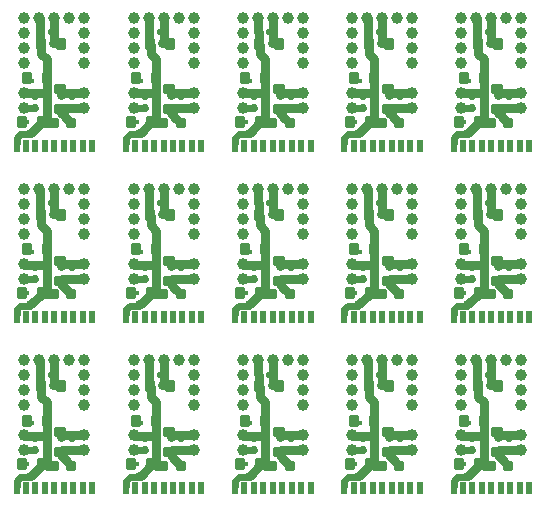
<source format=gtl>
G04*
G04 #@! TF.GenerationSoftware,Altium Limited,Altium Designer,21.5.1 (32)*
G04*
G04 Layer_Physical_Order=1*
G04 Layer_Color=255*
%FSLAX25Y25*%
%MOIN*%
G70*
G04*
G04 #@! TF.SameCoordinates,71E6ED38-6368-4ADE-B46C-8FBAD5B099F3*
G04*
G04*
G04 #@! TF.FilePolarity,Positive*
G04*
G01*
G75*
G04:AMPARAMS|DCode=10|XSize=39.37mil|YSize=35.43mil|CornerRadius=4.43mil|HoleSize=0mil|Usage=FLASHONLY|Rotation=270.000|XOffset=0mil|YOffset=0mil|HoleType=Round|Shape=RoundedRectangle|*
%AMROUNDEDRECTD10*
21,1,0.03937,0.02657,0,0,270.0*
21,1,0.03051,0.03543,0,0,270.0*
1,1,0.00886,-0.01329,-0.01526*
1,1,0.00886,-0.01329,0.01526*
1,1,0.00886,0.01329,0.01526*
1,1,0.00886,0.01329,-0.01526*
%
%ADD10ROUNDEDRECTD10*%
G04:AMPARAMS|DCode=11|XSize=39.37mil|YSize=35.43mil|CornerRadius=4.43mil|HoleSize=0mil|Usage=FLASHONLY|Rotation=180.000|XOffset=0mil|YOffset=0mil|HoleType=Round|Shape=RoundedRectangle|*
%AMROUNDEDRECTD11*
21,1,0.03937,0.02657,0,0,180.0*
21,1,0.03051,0.03543,0,0,180.0*
1,1,0.00886,-0.01526,0.01329*
1,1,0.00886,0.01526,0.01329*
1,1,0.00886,0.01526,-0.01329*
1,1,0.00886,-0.01526,-0.01329*
%
%ADD11ROUNDEDRECTD11*%
%ADD12R,0.02362X0.03937*%
G04:AMPARAMS|DCode=13|XSize=31.5mil|YSize=31.5mil|CornerRadius=3.94mil|HoleSize=0mil|Usage=FLASHONLY|Rotation=180.000|XOffset=0mil|YOffset=0mil|HoleType=Round|Shape=RoundedRectangle|*
%AMROUNDEDRECTD13*
21,1,0.03150,0.02362,0,0,180.0*
21,1,0.02362,0.03150,0,0,180.0*
1,1,0.00787,-0.01181,0.01181*
1,1,0.00787,0.01181,0.01181*
1,1,0.00787,0.01181,-0.01181*
1,1,0.00787,-0.01181,-0.01181*
%
%ADD13ROUNDEDRECTD13*%
G04:AMPARAMS|DCode=14|XSize=19.68mil|YSize=23.62mil|CornerRadius=1.97mil|HoleSize=0mil|Usage=FLASHONLY|Rotation=180.000|XOffset=0mil|YOffset=0mil|HoleType=Round|Shape=RoundedRectangle|*
%AMROUNDEDRECTD14*
21,1,0.01968,0.01968,0,0,180.0*
21,1,0.01575,0.02362,0,0,180.0*
1,1,0.00394,-0.00787,0.00984*
1,1,0.00394,0.00787,0.00984*
1,1,0.00394,0.00787,-0.00984*
1,1,0.00394,-0.00787,-0.00984*
%
%ADD14ROUNDEDRECTD14*%
G04:AMPARAMS|DCode=15|XSize=19.68mil|YSize=23.62mil|CornerRadius=1.97mil|HoleSize=0mil|Usage=FLASHONLY|Rotation=90.000|XOffset=0mil|YOffset=0mil|HoleType=Round|Shape=RoundedRectangle|*
%AMROUNDEDRECTD15*
21,1,0.01968,0.01968,0,0,90.0*
21,1,0.01575,0.02362,0,0,90.0*
1,1,0.00394,0.00984,0.00787*
1,1,0.00394,0.00984,-0.00787*
1,1,0.00394,-0.00984,-0.00787*
1,1,0.00394,-0.00984,0.00787*
%
%ADD15ROUNDEDRECTD15*%
%ADD16C,0.03150*%
%ADD17C,0.02362*%
%ADD18C,0.01181*%
%ADD19C,0.03937*%
%ADD20C,0.01772*%
D10*
X14764Y27559D02*
D03*
X21457D02*
D03*
X27756Y53543D02*
D03*
X21063D02*
D03*
X16339Y42126D02*
D03*
X23031D02*
D03*
X51181Y27559D02*
D03*
X57874D02*
D03*
X64173Y53543D02*
D03*
X57480D02*
D03*
X52756Y42126D02*
D03*
X59449D02*
D03*
X87598Y27559D02*
D03*
X94291D02*
D03*
X100591Y53543D02*
D03*
X93898D02*
D03*
X89173Y42126D02*
D03*
X95866D02*
D03*
X124016Y27559D02*
D03*
X130709D02*
D03*
X137008Y53543D02*
D03*
X130315D02*
D03*
X125591Y42126D02*
D03*
X132283D02*
D03*
X160433Y27559D02*
D03*
X167126D02*
D03*
X173425Y53543D02*
D03*
X166732D02*
D03*
X162008Y42126D02*
D03*
X168701D02*
D03*
X14764Y84646D02*
D03*
X21457D02*
D03*
X27756Y110630D02*
D03*
X21063D02*
D03*
X16339Y99213D02*
D03*
X23031D02*
D03*
X51181Y84646D02*
D03*
X57874D02*
D03*
X64173Y110630D02*
D03*
X57480D02*
D03*
X52756Y99213D02*
D03*
X59449D02*
D03*
X87598Y84646D02*
D03*
X94291D02*
D03*
X100591Y110630D02*
D03*
X93898D02*
D03*
X89173Y99213D02*
D03*
X95866D02*
D03*
X124016Y84646D02*
D03*
X130709D02*
D03*
X137008Y110630D02*
D03*
X130315D02*
D03*
X125591Y99213D02*
D03*
X132283D02*
D03*
X160433Y84646D02*
D03*
X167126D02*
D03*
X173425Y110630D02*
D03*
X166732D02*
D03*
X162008Y99213D02*
D03*
X168701D02*
D03*
X14764Y141732D02*
D03*
X21457D02*
D03*
X27756Y167717D02*
D03*
X21063D02*
D03*
X16339Y156299D02*
D03*
X23031D02*
D03*
X51181Y141732D02*
D03*
X57874D02*
D03*
X64173Y167717D02*
D03*
X57480D02*
D03*
X52756Y156299D02*
D03*
X59449D02*
D03*
X87598Y141732D02*
D03*
X94291D02*
D03*
X100591Y167717D02*
D03*
X93898D02*
D03*
X89173Y156299D02*
D03*
X95866D02*
D03*
X124016Y141732D02*
D03*
X130709D02*
D03*
X137008Y167717D02*
D03*
X130315D02*
D03*
X125591Y156299D02*
D03*
X132283D02*
D03*
X160433Y141732D02*
D03*
X167126D02*
D03*
X173425Y167717D02*
D03*
X166732D02*
D03*
X162008Y156299D02*
D03*
X168701D02*
D03*
D11*
X27559Y38386D02*
D03*
Y31693D02*
D03*
X63976Y38386D02*
D03*
Y31693D02*
D03*
X100394Y38386D02*
D03*
Y31693D02*
D03*
X136811Y38386D02*
D03*
Y31693D02*
D03*
X173228Y38386D02*
D03*
Y31693D02*
D03*
X27559Y95473D02*
D03*
Y88779D02*
D03*
X63976Y95473D02*
D03*
Y88779D02*
D03*
X100394Y95473D02*
D03*
Y88779D02*
D03*
X136811Y95473D02*
D03*
Y88779D02*
D03*
X173228Y95473D02*
D03*
Y88779D02*
D03*
X27559Y152559D02*
D03*
Y145866D02*
D03*
X63976Y152559D02*
D03*
Y145866D02*
D03*
X100394Y152559D02*
D03*
Y145866D02*
D03*
X136811Y152559D02*
D03*
Y145866D02*
D03*
X173228Y152559D02*
D03*
Y145866D02*
D03*
D12*
X25591Y19685D02*
D03*
X16142D02*
D03*
X38189D02*
D03*
X35039D02*
D03*
X19291D02*
D03*
X31890D02*
D03*
X28740D02*
D03*
X22441D02*
D03*
X12992D02*
D03*
X62008D02*
D03*
X52559D02*
D03*
X74606D02*
D03*
X71457D02*
D03*
X55709D02*
D03*
X68307D02*
D03*
X65158D02*
D03*
X58858D02*
D03*
X49409D02*
D03*
X98425D02*
D03*
X88976D02*
D03*
X111024D02*
D03*
X107874D02*
D03*
X92126D02*
D03*
X104724D02*
D03*
X101575D02*
D03*
X95276D02*
D03*
X85827D02*
D03*
X134843D02*
D03*
X125394D02*
D03*
X147441D02*
D03*
X144291D02*
D03*
X128543D02*
D03*
X141142D02*
D03*
X137992D02*
D03*
X131693D02*
D03*
X122244D02*
D03*
X171260D02*
D03*
X161811D02*
D03*
X183858D02*
D03*
X180709D02*
D03*
X164961D02*
D03*
X177559D02*
D03*
X174409D02*
D03*
X168110D02*
D03*
X158661D02*
D03*
X25591Y76772D02*
D03*
X16142D02*
D03*
X38189D02*
D03*
X35039D02*
D03*
X19291D02*
D03*
X31890D02*
D03*
X28740D02*
D03*
X22441D02*
D03*
X12992D02*
D03*
X62008D02*
D03*
X52559D02*
D03*
X74606D02*
D03*
X71457D02*
D03*
X55709D02*
D03*
X68307D02*
D03*
X65158D02*
D03*
X58858D02*
D03*
X49409D02*
D03*
X98425D02*
D03*
X88976D02*
D03*
X111024D02*
D03*
X107874D02*
D03*
X92126D02*
D03*
X104724D02*
D03*
X101575D02*
D03*
X95276D02*
D03*
X85827D02*
D03*
X134843D02*
D03*
X125394D02*
D03*
X147441D02*
D03*
X144291D02*
D03*
X128543D02*
D03*
X141142D02*
D03*
X137992D02*
D03*
X131693D02*
D03*
X122244D02*
D03*
X171260D02*
D03*
X161811D02*
D03*
X183858D02*
D03*
X180709D02*
D03*
X164961D02*
D03*
X177559D02*
D03*
X174409D02*
D03*
X168110D02*
D03*
X158661D02*
D03*
X25591Y133858D02*
D03*
X16142D02*
D03*
X38189D02*
D03*
X35039D02*
D03*
X19291D02*
D03*
X31890D02*
D03*
X28740D02*
D03*
X22441D02*
D03*
X12992D02*
D03*
X62008D02*
D03*
X52559D02*
D03*
X74606D02*
D03*
X71457D02*
D03*
X55709D02*
D03*
X68307D02*
D03*
X65158D02*
D03*
X58858D02*
D03*
X49409D02*
D03*
X98425D02*
D03*
X88976D02*
D03*
X111024D02*
D03*
X107874D02*
D03*
X92126D02*
D03*
X104724D02*
D03*
X101575D02*
D03*
X95276D02*
D03*
X85827D02*
D03*
X134843D02*
D03*
X125394D02*
D03*
X147441D02*
D03*
X144291D02*
D03*
X128543D02*
D03*
X141142D02*
D03*
X137992D02*
D03*
X131693D02*
D03*
X122244D02*
D03*
X171260D02*
D03*
X161811D02*
D03*
X183858D02*
D03*
X180709D02*
D03*
X164961D02*
D03*
X177559D02*
D03*
X174409D02*
D03*
X168110D02*
D03*
X158661D02*
D03*
D13*
X25394Y27165D02*
D03*
X31299D02*
D03*
X61811D02*
D03*
X67716D02*
D03*
X98228D02*
D03*
X104134D02*
D03*
X134646D02*
D03*
X140551D02*
D03*
X171063D02*
D03*
X176969D02*
D03*
X25394Y84252D02*
D03*
X31299D02*
D03*
X61811D02*
D03*
X67716D02*
D03*
X98228D02*
D03*
X104134D02*
D03*
X134646D02*
D03*
X140551D02*
D03*
X171063D02*
D03*
X176969D02*
D03*
X25394Y141339D02*
D03*
X31299D02*
D03*
X61811D02*
D03*
X67716D02*
D03*
X98228D02*
D03*
X104134D02*
D03*
X134646D02*
D03*
X140551D02*
D03*
X171063D02*
D03*
X176969D02*
D03*
D14*
X31496Y36220D02*
D03*
Y32283D02*
D03*
X19291D02*
D03*
Y36220D02*
D03*
X67913D02*
D03*
Y32283D02*
D03*
X55709D02*
D03*
Y36220D02*
D03*
X104331D02*
D03*
Y32283D02*
D03*
X92126D02*
D03*
Y36220D02*
D03*
X140748D02*
D03*
Y32283D02*
D03*
X128543D02*
D03*
Y36220D02*
D03*
X177165D02*
D03*
Y32283D02*
D03*
X164961D02*
D03*
Y36220D02*
D03*
X31496Y93307D02*
D03*
Y89370D02*
D03*
X19291D02*
D03*
Y93307D02*
D03*
X67913D02*
D03*
Y89370D02*
D03*
X55709D02*
D03*
Y93307D02*
D03*
X104331D02*
D03*
Y89370D02*
D03*
X92126D02*
D03*
Y93307D02*
D03*
X140748D02*
D03*
Y89370D02*
D03*
X128543D02*
D03*
Y93307D02*
D03*
X177165D02*
D03*
Y89370D02*
D03*
X164961D02*
D03*
Y93307D02*
D03*
X31496Y150394D02*
D03*
Y146457D02*
D03*
X19291D02*
D03*
Y150394D02*
D03*
X67913D02*
D03*
Y146457D02*
D03*
X55709D02*
D03*
Y150394D02*
D03*
X104331D02*
D03*
Y146457D02*
D03*
X92126D02*
D03*
Y150394D02*
D03*
X140748D02*
D03*
Y146457D02*
D03*
X128543D02*
D03*
Y150394D02*
D03*
X177165D02*
D03*
Y146457D02*
D03*
X164961D02*
D03*
Y150394D02*
D03*
D15*
X24803Y57480D02*
D03*
X20866D02*
D03*
X61221D02*
D03*
X57284D02*
D03*
X97638D02*
D03*
X93701D02*
D03*
X134055D02*
D03*
X130118D02*
D03*
X170473D02*
D03*
X166535D02*
D03*
X24803Y114567D02*
D03*
X20866D02*
D03*
X61221D02*
D03*
X57284D02*
D03*
X97638D02*
D03*
X93701D02*
D03*
X134055D02*
D03*
X130118D02*
D03*
X170473D02*
D03*
X166535D02*
D03*
X24803Y171654D02*
D03*
X20866D02*
D03*
X61221D02*
D03*
X57284D02*
D03*
X97638D02*
D03*
X93701D02*
D03*
X134055D02*
D03*
X130118D02*
D03*
X170473D02*
D03*
X166535D02*
D03*
D16*
X28583Y37244D02*
X35591D01*
X28307Y32244D02*
X35591D01*
X15741Y37093D02*
X22159D01*
X25591Y54331D02*
Y62244D01*
X20741Y57605D02*
X20866Y57480D01*
X20741Y57605D02*
Y62093D01*
X20591Y62244D02*
X20741Y62093D01*
X15590Y37244D02*
X15741Y37093D01*
X29134Y29331D02*
Y29406D01*
X27953Y30588D02*
Y31496D01*
X27756Y31693D02*
X27953Y31496D01*
X27559Y31693D02*
X27756D01*
X29134Y29331D02*
X31299Y27165D01*
X27953Y30588D02*
X29134Y29406D01*
X27756Y31693D02*
X28307Y32244D01*
X27953Y36614D02*
X28583Y37244D01*
X23031Y27559D02*
Y36220D01*
X17526Y23819D02*
X17913D01*
X21457Y27362D02*
Y27559D01*
X17913Y23819D02*
X21457Y27362D01*
X22159Y37093D02*
X23031Y36220D01*
X21260Y50197D02*
Y53347D01*
Y50197D02*
X23031Y48425D01*
Y42126D02*
Y48425D01*
Y36220D02*
Y42126D01*
X25197Y53937D02*
X25591Y54331D01*
X20866Y57480D02*
X20866Y57480D01*
X25197Y53937D02*
X27559D01*
X27756Y53740D01*
Y53543D02*
Y53740D01*
X20866D02*
X21260Y53347D01*
X20866Y53740D02*
Y57480D01*
X23031Y27165D02*
X25394D01*
X27953Y36614D02*
Y38189D01*
X27756Y38386D02*
X27953Y38189D01*
X27559Y38386D02*
X27756D01*
X65000Y37244D02*
X72008D01*
X64724Y32244D02*
X72008D01*
X52158Y37093D02*
X58576D01*
X62008Y54331D02*
Y62244D01*
X57158Y57605D02*
X57284Y57480D01*
X57158Y57605D02*
Y62093D01*
X57008Y62244D02*
X57158Y62093D01*
X52008Y37244D02*
X52158Y37093D01*
X65551Y29331D02*
Y29406D01*
X64370Y30588D02*
Y31496D01*
X64173Y31693D02*
X64370Y31496D01*
X63976Y31693D02*
X64173D01*
X65551Y29331D02*
X67716Y27165D01*
X64370Y30588D02*
X65551Y29406D01*
X64173Y31693D02*
X64724Y32244D01*
X64370Y36614D02*
X65000Y37244D01*
X59449Y27559D02*
Y36220D01*
X53943Y23819D02*
X54331D01*
X57874Y27362D02*
Y27559D01*
X54331Y23819D02*
X57874Y27362D01*
X58576Y37093D02*
X59449Y36220D01*
X57677Y50197D02*
Y53347D01*
Y50197D02*
X59449Y48425D01*
Y42126D02*
Y48425D01*
Y36220D02*
Y42126D01*
X61614Y53937D02*
X62008Y54331D01*
X57284Y57480D02*
X57284Y57480D01*
X61614Y53937D02*
X63976D01*
X64173Y53740D01*
Y53543D02*
Y53740D01*
X57284D02*
X57677Y53347D01*
X57284Y53740D02*
Y57480D01*
X59449Y27165D02*
X61811D01*
X64370Y36614D02*
Y38189D01*
X64173Y38386D02*
X64370Y38189D01*
X63976Y38386D02*
X64173D01*
X101417Y37244D02*
X108425D01*
X101142Y32244D02*
X108425D01*
X88576Y37093D02*
X94993D01*
X98425Y54331D02*
Y62244D01*
X93576Y57605D02*
X93701Y57480D01*
X93576Y57605D02*
Y62093D01*
X93425Y62244D02*
X93576Y62093D01*
X88425Y37244D02*
X88576Y37093D01*
X101969Y29331D02*
Y29406D01*
X100787Y30588D02*
Y31496D01*
X100591Y31693D02*
X100787Y31496D01*
X100394Y31693D02*
X100591D01*
X101969Y29331D02*
X104134Y27165D01*
X100787Y30588D02*
X101969Y29406D01*
X100591Y31693D02*
X101142Y32244D01*
X100787Y36614D02*
X101417Y37244D01*
X95866Y27559D02*
Y36220D01*
X90360Y23819D02*
X90748D01*
X94291Y27362D02*
Y27559D01*
X90748Y23819D02*
X94291Y27362D01*
X94993Y37093D02*
X95866Y36220D01*
X94095Y50197D02*
Y53347D01*
Y50197D02*
X95866Y48425D01*
Y42126D02*
Y48425D01*
Y36220D02*
Y42126D01*
X98032Y53937D02*
X98425Y54331D01*
X93701Y57480D02*
X93701Y57480D01*
X98032Y53937D02*
X100394D01*
X100591Y53740D01*
Y53543D02*
Y53740D01*
X93701D02*
X94095Y53347D01*
X93701Y53740D02*
Y57480D01*
X95866Y27165D02*
X98228D01*
X100787Y36614D02*
Y38189D01*
X100591Y38386D02*
X100787Y38189D01*
X100394Y38386D02*
X100591D01*
X137835Y37244D02*
X144843D01*
X137559Y32244D02*
X144843D01*
X124993Y37093D02*
X131411D01*
X134843Y54331D02*
Y62244D01*
X129993Y57605D02*
X130118Y57480D01*
X129993Y57605D02*
Y62093D01*
X129842Y62244D02*
X129993Y62093D01*
X124843Y37244D02*
X124993Y37093D01*
X138386Y29331D02*
Y29406D01*
X137205Y30588D02*
Y31496D01*
X137008Y31693D02*
X137205Y31496D01*
X136811Y31693D02*
X137008D01*
X138386Y29331D02*
X140551Y27165D01*
X137205Y30588D02*
X138386Y29406D01*
X137008Y31693D02*
X137559Y32244D01*
X137205Y36614D02*
X137835Y37244D01*
X132283Y27559D02*
Y36220D01*
X126777Y23819D02*
X127165D01*
X130709Y27362D02*
Y27559D01*
X127165Y23819D02*
X130709Y27362D01*
X131411Y37093D02*
X132283Y36220D01*
X130512Y50197D02*
Y53347D01*
Y50197D02*
X132283Y48425D01*
Y42126D02*
Y48425D01*
Y36220D02*
Y42126D01*
X134449Y53937D02*
X134843Y54331D01*
X130118Y57480D02*
X130118Y57480D01*
X134449Y53937D02*
X136811D01*
X137008Y53740D01*
Y53543D02*
Y53740D01*
X130118D02*
X130512Y53347D01*
X130118Y53740D02*
Y57480D01*
X132283Y27165D02*
X134646D01*
X137205Y36614D02*
Y38189D01*
X137008Y38386D02*
X137205Y38189D01*
X136811Y38386D02*
X137008D01*
X174252Y37244D02*
X181260D01*
X173976Y32244D02*
X181260D01*
X161410Y37093D02*
X167828D01*
X171260Y54331D02*
Y62244D01*
X166411Y57605D02*
X166535Y57480D01*
X166411Y57605D02*
Y62093D01*
X166260Y62244D02*
X166411Y62093D01*
X161260Y37244D02*
X161410Y37093D01*
X174803Y29331D02*
Y29406D01*
X173622Y30588D02*
Y31496D01*
X173425Y31693D02*
X173622Y31496D01*
X173228Y31693D02*
X173425D01*
X174803Y29331D02*
X176969Y27165D01*
X173622Y30588D02*
X174803Y29406D01*
X173425Y31693D02*
X173976Y32244D01*
X173622Y36614D02*
X174252Y37244D01*
X168701Y27559D02*
Y36220D01*
X163195Y23819D02*
X163583D01*
X167126Y27362D02*
Y27559D01*
X163583Y23819D02*
X167126Y27362D01*
X167828Y37093D02*
X168701Y36220D01*
X166929Y50197D02*
Y53347D01*
Y50197D02*
X168701Y48425D01*
Y42126D02*
Y48425D01*
Y36220D02*
Y42126D01*
X170866Y53937D02*
X171260Y54331D01*
X166535Y57480D02*
X166535Y57480D01*
X170866Y53937D02*
X173228D01*
X173425Y53740D01*
Y53543D02*
Y53740D01*
X166535D02*
X166929Y53347D01*
X166535Y53740D02*
Y57480D01*
X168701Y27165D02*
X171063D01*
X173622Y36614D02*
Y38189D01*
X173425Y38386D02*
X173622Y38189D01*
X173228Y38386D02*
X173425D01*
X28583Y94331D02*
X35591D01*
X28307Y89331D02*
X35591D01*
X15741Y94180D02*
X22159D01*
X25591Y111417D02*
Y119331D01*
X20741Y114692D02*
X20866Y114567D01*
X20741Y114692D02*
Y119180D01*
X20591Y119331D02*
X20741Y119180D01*
X15590Y94331D02*
X15741Y94180D01*
X29134Y86417D02*
Y86493D01*
X27953Y87674D02*
Y88583D01*
X27756Y88779D02*
X27953Y88583D01*
X27559Y88779D02*
X27756D01*
X29134Y86417D02*
X31299Y84252D01*
X27953Y87674D02*
X29134Y86493D01*
X27756Y88779D02*
X28307Y89331D01*
X27953Y93701D02*
X28583Y94331D01*
X23031Y84646D02*
Y93307D01*
X17526Y80905D02*
X17913D01*
X21457Y84449D02*
Y84646D01*
X17913Y80905D02*
X21457Y84449D01*
X22159Y94180D02*
X23031Y93307D01*
X21260Y107283D02*
Y110433D01*
Y107283D02*
X23031Y105512D01*
Y99213D02*
Y105512D01*
Y93307D02*
Y99213D01*
X25197Y111024D02*
X25591Y111417D01*
X20866Y114567D02*
X20866Y114567D01*
X25197Y111024D02*
X27559D01*
X27756Y110827D01*
Y110630D02*
Y110827D01*
X20866D02*
X21260Y110433D01*
X20866Y110827D02*
Y114567D01*
X23031Y84252D02*
X25394D01*
X27953Y93701D02*
Y95276D01*
X27756Y95473D02*
X27953Y95276D01*
X27559Y95473D02*
X27756D01*
X65000Y94331D02*
X72008D01*
X64724Y89331D02*
X72008D01*
X52158Y94180D02*
X58576D01*
X62008Y111417D02*
Y119331D01*
X57158Y114692D02*
X57284Y114567D01*
X57158Y114692D02*
Y119180D01*
X57008Y119331D02*
X57158Y119180D01*
X52008Y94331D02*
X52158Y94180D01*
X65551Y86417D02*
Y86493D01*
X64370Y87674D02*
Y88583D01*
X64173Y88779D02*
X64370Y88583D01*
X63976Y88779D02*
X64173D01*
X65551Y86417D02*
X67716Y84252D01*
X64370Y87674D02*
X65551Y86493D01*
X64173Y88779D02*
X64724Y89331D01*
X64370Y93701D02*
X65000Y94331D01*
X59449Y84646D02*
Y93307D01*
X53943Y80905D02*
X54331D01*
X57874Y84449D02*
Y84646D01*
X54331Y80905D02*
X57874Y84449D01*
X58576Y94180D02*
X59449Y93307D01*
X57677Y107283D02*
Y110433D01*
Y107283D02*
X59449Y105512D01*
Y99213D02*
Y105512D01*
Y93307D02*
Y99213D01*
X61614Y111024D02*
X62008Y111417D01*
X57284Y114567D02*
X57284Y114567D01*
X61614Y111024D02*
X63976D01*
X64173Y110827D01*
Y110630D02*
Y110827D01*
X57284D02*
X57677Y110433D01*
X57284Y110827D02*
Y114567D01*
X59449Y84252D02*
X61811D01*
X64370Y93701D02*
Y95276D01*
X64173Y95473D02*
X64370Y95276D01*
X63976Y95473D02*
X64173D01*
X101417Y94331D02*
X108425D01*
X101142Y89331D02*
X108425D01*
X88576Y94180D02*
X94993D01*
X98425Y111417D02*
Y119331D01*
X93576Y114692D02*
X93701Y114567D01*
X93576Y114692D02*
Y119180D01*
X93425Y119331D02*
X93576Y119180D01*
X88425Y94331D02*
X88576Y94180D01*
X101969Y86417D02*
Y86493D01*
X100787Y87674D02*
Y88583D01*
X100591Y88779D02*
X100787Y88583D01*
X100394Y88779D02*
X100591D01*
X101969Y86417D02*
X104134Y84252D01*
X100787Y87674D02*
X101969Y86493D01*
X100591Y88779D02*
X101142Y89331D01*
X100787Y93701D02*
X101417Y94331D01*
X95866Y84646D02*
Y93307D01*
X90360Y80905D02*
X90748D01*
X94291Y84449D02*
Y84646D01*
X90748Y80905D02*
X94291Y84449D01*
X94993Y94180D02*
X95866Y93307D01*
X94095Y107283D02*
Y110433D01*
Y107283D02*
X95866Y105512D01*
Y99213D02*
Y105512D01*
Y93307D02*
Y99213D01*
X98032Y111024D02*
X98425Y111417D01*
X93701Y114567D02*
X93701Y114567D01*
X98032Y111024D02*
X100394D01*
X100591Y110827D01*
Y110630D02*
Y110827D01*
X93701D02*
X94095Y110433D01*
X93701Y110827D02*
Y114567D01*
X95866Y84252D02*
X98228D01*
X100787Y93701D02*
Y95276D01*
X100591Y95473D02*
X100787Y95276D01*
X100394Y95473D02*
X100591D01*
X137835Y94331D02*
X144843D01*
X137559Y89331D02*
X144843D01*
X124993Y94180D02*
X131411D01*
X134843Y111417D02*
Y119331D01*
X129993Y114692D02*
X130118Y114567D01*
X129993Y114692D02*
Y119180D01*
X129842Y119331D02*
X129993Y119180D01*
X124843Y94331D02*
X124993Y94180D01*
X138386Y86417D02*
Y86493D01*
X137205Y87674D02*
Y88583D01*
X137008Y88779D02*
X137205Y88583D01*
X136811Y88779D02*
X137008D01*
X138386Y86417D02*
X140551Y84252D01*
X137205Y87674D02*
X138386Y86493D01*
X137008Y88779D02*
X137559Y89331D01*
X137205Y93701D02*
X137835Y94331D01*
X132283Y84646D02*
Y93307D01*
X126777Y80905D02*
X127165D01*
X130709Y84449D02*
Y84646D01*
X127165Y80905D02*
X130709Y84449D01*
X131411Y94180D02*
X132283Y93307D01*
X130512Y107283D02*
Y110433D01*
Y107283D02*
X132283Y105512D01*
Y99213D02*
Y105512D01*
Y93307D02*
Y99213D01*
X134449Y111024D02*
X134843Y111417D01*
X130118Y114567D02*
X130118Y114567D01*
X134449Y111024D02*
X136811D01*
X137008Y110827D01*
Y110630D02*
Y110827D01*
X130118D02*
X130512Y110433D01*
X130118Y110827D02*
Y114567D01*
X132283Y84252D02*
X134646D01*
X137205Y93701D02*
Y95276D01*
X137008Y95473D02*
X137205Y95276D01*
X136811Y95473D02*
X137008D01*
X174252Y94331D02*
X181260D01*
X173976Y89331D02*
X181260D01*
X161410Y94180D02*
X167828D01*
X171260Y111417D02*
Y119331D01*
X166411Y114692D02*
X166535Y114567D01*
X166411Y114692D02*
Y119180D01*
X166260Y119331D02*
X166411Y119180D01*
X161260Y94331D02*
X161410Y94180D01*
X174803Y86417D02*
Y86493D01*
X173622Y87674D02*
Y88583D01*
X173425Y88779D02*
X173622Y88583D01*
X173228Y88779D02*
X173425D01*
X174803Y86417D02*
X176969Y84252D01*
X173622Y87674D02*
X174803Y86493D01*
X173425Y88779D02*
X173976Y89331D01*
X173622Y93701D02*
X174252Y94331D01*
X168701Y84646D02*
Y93307D01*
X163195Y80905D02*
X163583D01*
X167126Y84449D02*
Y84646D01*
X163583Y80905D02*
X167126Y84449D01*
X167828Y94180D02*
X168701Y93307D01*
X166929Y107283D02*
Y110433D01*
Y107283D02*
X168701Y105512D01*
Y99213D02*
Y105512D01*
Y93307D02*
Y99213D01*
X170866Y111024D02*
X171260Y111417D01*
X166535Y114567D02*
X166535Y114567D01*
X170866Y111024D02*
X173228D01*
X173425Y110827D01*
Y110630D02*
Y110827D01*
X166535D02*
X166929Y110433D01*
X166535Y110827D02*
Y114567D01*
X168701Y84252D02*
X171063D01*
X173622Y93701D02*
Y95276D01*
X173425Y95473D02*
X173622Y95276D01*
X173228Y95473D02*
X173425D01*
X28583Y151417D02*
X35591D01*
X28307Y146417D02*
X35591D01*
X15741Y151267D02*
X22159D01*
X25591Y168504D02*
Y176417D01*
X20741Y171779D02*
X20866Y171654D01*
X20741Y171779D02*
Y176267D01*
X20591Y176417D02*
X20741Y176267D01*
X15590Y151417D02*
X15741Y151267D01*
X29134Y143504D02*
Y143580D01*
X27953Y144761D02*
Y145669D01*
X27756Y145866D02*
X27953Y145669D01*
X27559Y145866D02*
X27756D01*
X29134Y143504D02*
X31299Y141339D01*
X27953Y144761D02*
X29134Y143580D01*
X27756Y145866D02*
X28307Y146417D01*
X27953Y150787D02*
X28583Y151417D01*
X23031Y141732D02*
Y150394D01*
X17526Y137992D02*
X17913D01*
X21457Y141535D02*
Y141732D01*
X17913Y137992D02*
X21457Y141535D01*
X22159Y151267D02*
X23031Y150394D01*
X21260Y164370D02*
Y167520D01*
Y164370D02*
X23031Y162599D01*
Y156299D02*
Y162599D01*
Y150394D02*
Y156299D01*
X25197Y168110D02*
X25591Y168504D01*
X20866Y171654D02*
X20866Y171653D01*
X25197Y168110D02*
X27559D01*
X27756Y167913D01*
Y167717D02*
Y167913D01*
X20866D02*
X21260Y167520D01*
X20866Y167913D02*
Y171653D01*
X23031Y141339D02*
X25394D01*
X27953Y150787D02*
Y152362D01*
X27756Y152559D02*
X27953Y152362D01*
X27559Y152559D02*
X27756D01*
X65000Y151417D02*
X72008D01*
X64724Y146417D02*
X72008D01*
X52158Y151267D02*
X58576D01*
X62008Y168504D02*
Y176417D01*
X57158Y171779D02*
X57284Y171654D01*
X57158Y171779D02*
Y176267D01*
X57008Y176417D02*
X57158Y176267D01*
X52008Y151417D02*
X52158Y151267D01*
X65551Y143504D02*
Y143580D01*
X64370Y144761D02*
Y145669D01*
X64173Y145866D02*
X64370Y145669D01*
X63976Y145866D02*
X64173D01*
X65551Y143504D02*
X67716Y141339D01*
X64370Y144761D02*
X65551Y143580D01*
X64173Y145866D02*
X64724Y146417D01*
X64370Y150787D02*
X65000Y151417D01*
X59449Y141732D02*
Y150394D01*
X53943Y137992D02*
X54331D01*
X57874Y141535D02*
Y141732D01*
X54331Y137992D02*
X57874Y141535D01*
X58576Y151267D02*
X59449Y150394D01*
X57677Y164370D02*
Y167520D01*
Y164370D02*
X59449Y162599D01*
Y156299D02*
Y162599D01*
Y150394D02*
Y156299D01*
X61614Y168110D02*
X62008Y168504D01*
X57284Y171654D02*
X57284Y171653D01*
X61614Y168110D02*
X63976D01*
X64173Y167913D01*
Y167717D02*
Y167913D01*
X57284D02*
X57677Y167520D01*
X57284Y167913D02*
Y171653D01*
X59449Y141339D02*
X61811D01*
X64370Y150787D02*
Y152362D01*
X64173Y152559D02*
X64370Y152362D01*
X63976Y152559D02*
X64173D01*
X101417Y151417D02*
X108425D01*
X101142Y146417D02*
X108425D01*
X88576Y151267D02*
X94993D01*
X98425Y168504D02*
Y176417D01*
X93576Y171779D02*
X93701Y171654D01*
X93576Y171779D02*
Y176267D01*
X93425Y176417D02*
X93576Y176267D01*
X88425Y151417D02*
X88576Y151267D01*
X101969Y143504D02*
Y143580D01*
X100787Y144761D02*
Y145669D01*
X100591Y145866D02*
X100787Y145669D01*
X100394Y145866D02*
X100591D01*
X101969Y143504D02*
X104134Y141339D01*
X100787Y144761D02*
X101969Y143580D01*
X100591Y145866D02*
X101142Y146417D01*
X100787Y150787D02*
X101417Y151417D01*
X95866Y141732D02*
Y150394D01*
X90360Y137992D02*
X90748D01*
X94291Y141535D02*
Y141732D01*
X90748Y137992D02*
X94291Y141535D01*
X94993Y151267D02*
X95866Y150394D01*
X94095Y164370D02*
Y167520D01*
Y164370D02*
X95866Y162599D01*
Y156299D02*
Y162599D01*
Y150394D02*
Y156299D01*
X98032Y168110D02*
X98425Y168504D01*
X93701Y171654D02*
X93701Y171653D01*
X98032Y168110D02*
X100394D01*
X100591Y167913D01*
Y167717D02*
Y167913D01*
X93701D02*
X94095Y167520D01*
X93701Y167913D02*
Y171653D01*
X95866Y141339D02*
X98228D01*
X100787Y150787D02*
Y152362D01*
X100591Y152559D02*
X100787Y152362D01*
X100394Y152559D02*
X100591D01*
X137835Y151417D02*
X144843D01*
X137559Y146417D02*
X144843D01*
X124993Y151267D02*
X131411D01*
X134843Y168504D02*
Y176417D01*
X129993Y171779D02*
X130118Y171654D01*
X129993Y171779D02*
Y176267D01*
X129842Y176417D02*
X129993Y176267D01*
X124843Y151417D02*
X124993Y151267D01*
X138386Y143504D02*
Y143580D01*
X137205Y144761D02*
Y145669D01*
X137008Y145866D02*
X137205Y145669D01*
X136811Y145866D02*
X137008D01*
X138386Y143504D02*
X140551Y141339D01*
X137205Y144761D02*
X138386Y143580D01*
X137008Y145866D02*
X137559Y146417D01*
X137205Y150787D02*
X137835Y151417D01*
X132283Y141732D02*
Y150394D01*
X126777Y137992D02*
X127165D01*
X130709Y141535D02*
Y141732D01*
X127165Y137992D02*
X130709Y141535D01*
X131411Y151267D02*
X132283Y150394D01*
X130512Y164370D02*
Y167520D01*
Y164370D02*
X132283Y162599D01*
Y156299D02*
Y162599D01*
Y150394D02*
Y156299D01*
X134449Y168110D02*
X134843Y168504D01*
X130118Y171654D02*
X130118Y171653D01*
X134449Y168110D02*
X136811D01*
X137008Y167913D01*
Y167717D02*
Y167913D01*
X130118D02*
X130512Y167520D01*
X130118Y167913D02*
Y171653D01*
X132283Y141339D02*
X134646D01*
X137205Y150787D02*
Y152362D01*
X137008Y152559D02*
X137205Y152362D01*
X136811Y152559D02*
X137008D01*
X174252Y151417D02*
X181260D01*
X173976Y146417D02*
X181260D01*
X161410Y151267D02*
X167828D01*
X171260Y168504D02*
Y176417D01*
X166411Y171779D02*
X166535Y171654D01*
X166411Y171779D02*
Y176267D01*
X166260Y176417D02*
X166411Y176267D01*
X161260Y151417D02*
X161410Y151267D01*
X174803Y143504D02*
Y143580D01*
X173622Y144761D02*
Y145669D01*
X173425Y145866D02*
X173622Y145669D01*
X173228Y145866D02*
X173425D01*
X174803Y143504D02*
X176969Y141339D01*
X173622Y144761D02*
X174803Y143580D01*
X173425Y145866D02*
X173976Y146417D01*
X173622Y150787D02*
X174252Y151417D01*
X168701Y141732D02*
Y150394D01*
X163195Y137992D02*
X163583D01*
X167126Y141535D02*
Y141732D01*
X163583Y137992D02*
X167126Y141535D01*
X167828Y151267D02*
X168701Y150394D01*
X166929Y164370D02*
Y167520D01*
Y164370D02*
X168701Y162599D01*
Y156299D02*
Y162599D01*
Y150394D02*
Y156299D01*
X170866Y168110D02*
X171260Y168504D01*
X166535Y171654D02*
X166535Y171653D01*
X170866Y168110D02*
X173228D01*
X173425Y167913D01*
Y167717D02*
Y167913D01*
X166535D02*
X166929Y167520D01*
X166535Y167913D02*
Y171653D01*
X168701Y141339D02*
X171063D01*
X173622Y150787D02*
Y152362D01*
X173425Y152559D02*
X173622Y152362D01*
X173228Y152559D02*
X173425D01*
D17*
X15630Y32283D02*
X19291D01*
X15590Y32244D02*
X15630Y32283D01*
X14233Y23431D02*
X17526D01*
X17913Y23819D01*
X12992Y22190D02*
X14233Y23431D01*
X12992Y20472D02*
Y22190D01*
X52047Y32283D02*
X55709D01*
X52008Y32244D02*
X52047Y32283D01*
X50650Y23431D02*
X53943D01*
X54331Y23819D01*
X49409Y22190D02*
X50650Y23431D01*
X49409Y20472D02*
Y22190D01*
X88465Y32283D02*
X92126D01*
X88425Y32244D02*
X88465Y32283D01*
X87067Y23431D02*
X90360D01*
X90748Y23819D01*
X85827Y22190D02*
X87067Y23431D01*
X85827Y20472D02*
Y22190D01*
X124882Y32283D02*
X128543D01*
X124843Y32244D02*
X124882Y32283D01*
X123485Y23431D02*
X126777D01*
X127165Y23819D01*
X122244Y22190D02*
X123485Y23431D01*
X122244Y20472D02*
Y22190D01*
X161299Y32283D02*
X164961D01*
X161260Y32244D02*
X161299Y32283D01*
X159902Y23431D02*
X163195D01*
X163583Y23819D01*
X158661Y22190D02*
X159902Y23431D01*
X158661Y20472D02*
Y22190D01*
X15630Y89370D02*
X19291D01*
X15590Y89331D02*
X15630Y89370D01*
X14233Y80518D02*
X17526D01*
X17913Y80905D01*
X12992Y79277D02*
X14233Y80518D01*
X12992Y77559D02*
Y79277D01*
X52047Y89370D02*
X55709D01*
X52008Y89331D02*
X52047Y89370D01*
X50650Y80518D02*
X53943D01*
X54331Y80905D01*
X49409Y79277D02*
X50650Y80518D01*
X49409Y77559D02*
Y79277D01*
X88465Y89370D02*
X92126D01*
X88425Y89331D02*
X88465Y89370D01*
X87067Y80518D02*
X90360D01*
X90748Y80905D01*
X85827Y79277D02*
X87067Y80518D01*
X85827Y77559D02*
Y79277D01*
X124882Y89370D02*
X128543D01*
X124843Y89331D02*
X124882Y89370D01*
X123485Y80518D02*
X126777D01*
X127165Y80905D01*
X122244Y79277D02*
X123485Y80518D01*
X122244Y77559D02*
Y79277D01*
X161299Y89370D02*
X164961D01*
X161260Y89331D02*
X161299Y89370D01*
X159902Y80518D02*
X163195D01*
X163583Y80905D01*
X158661Y79277D02*
X159902Y80518D01*
X158661Y77559D02*
Y79277D01*
X15630Y146457D02*
X19291D01*
X15590Y146417D02*
X15630Y146457D01*
X14233Y137604D02*
X17526D01*
X17913Y137992D01*
X12992Y136364D02*
X14233Y137604D01*
X12992Y134646D02*
Y136364D01*
X52047Y146457D02*
X55709D01*
X52008Y146417D02*
X52047Y146457D01*
X50650Y137604D02*
X53943D01*
X54331Y137992D01*
X49409Y136364D02*
X50650Y137604D01*
X49409Y134646D02*
Y136364D01*
X88465Y146457D02*
X92126D01*
X88425Y146417D02*
X88465Y146457D01*
X87067Y137604D02*
X90360D01*
X90748Y137992D01*
X85827Y136364D02*
X87067Y137604D01*
X85827Y134646D02*
Y136364D01*
X124882Y146457D02*
X128543D01*
X124843Y146417D02*
X124882Y146457D01*
X123485Y137604D02*
X126777D01*
X127165Y137992D01*
X122244Y136364D02*
X123485Y137604D01*
X122244Y134646D02*
Y136364D01*
X161299Y146457D02*
X164961D01*
X161260Y146417D02*
X161299Y146457D01*
X159902Y137604D02*
X163195D01*
X163583Y137992D01*
X158661Y136364D02*
X159902Y137604D01*
X158661Y134646D02*
Y136364D01*
D18*
X14764Y27559D02*
X16634D01*
X51181D02*
X53051D01*
X87598D02*
X89468D01*
X124016D02*
X125886D01*
X160433D02*
X162303D01*
X14764Y84646D02*
X16634D01*
X51181D02*
X53051D01*
X87598D02*
X89468D01*
X124016D02*
X125886D01*
X160433D02*
X162303D01*
X14764Y141732D02*
X16634D01*
X51181D02*
X53051D01*
X87598D02*
X89468D01*
X124016D02*
X125886D01*
X160433D02*
X162303D01*
D19*
X15590Y62244D02*
D03*
X30591D02*
D03*
X25591D02*
D03*
X20591D02*
D03*
X15590Y57244D02*
D03*
Y52244D02*
D03*
Y47244D02*
D03*
Y37244D02*
D03*
Y32244D02*
D03*
X35591D02*
D03*
Y37244D02*
D03*
Y47244D02*
D03*
Y52244D02*
D03*
Y57244D02*
D03*
Y62244D02*
D03*
X52008D02*
D03*
X67008D02*
D03*
X62008D02*
D03*
X57008D02*
D03*
X52008Y57244D02*
D03*
Y52244D02*
D03*
Y47244D02*
D03*
Y37244D02*
D03*
Y32244D02*
D03*
X72008D02*
D03*
Y37244D02*
D03*
Y47244D02*
D03*
Y52244D02*
D03*
Y57244D02*
D03*
Y62244D02*
D03*
X88425D02*
D03*
X103425D02*
D03*
X98425D02*
D03*
X93425D02*
D03*
X88425Y57244D02*
D03*
Y52244D02*
D03*
Y47244D02*
D03*
Y37244D02*
D03*
Y32244D02*
D03*
X108425D02*
D03*
Y37244D02*
D03*
Y47244D02*
D03*
Y52244D02*
D03*
Y57244D02*
D03*
Y62244D02*
D03*
X124843D02*
D03*
X139842D02*
D03*
X134843D02*
D03*
X129842D02*
D03*
X124843Y57244D02*
D03*
Y52244D02*
D03*
Y47244D02*
D03*
Y37244D02*
D03*
Y32244D02*
D03*
X144843D02*
D03*
Y37244D02*
D03*
Y47244D02*
D03*
Y52244D02*
D03*
Y57244D02*
D03*
Y62244D02*
D03*
X161260D02*
D03*
X176260D02*
D03*
X171260D02*
D03*
X166260D02*
D03*
X161260Y57244D02*
D03*
Y52244D02*
D03*
Y47244D02*
D03*
Y37244D02*
D03*
Y32244D02*
D03*
X181260D02*
D03*
Y37244D02*
D03*
Y47244D02*
D03*
Y52244D02*
D03*
Y57244D02*
D03*
Y62244D02*
D03*
X15590Y119331D02*
D03*
X30591D02*
D03*
X25591D02*
D03*
X20591D02*
D03*
X15590Y114331D02*
D03*
Y109331D02*
D03*
Y104331D02*
D03*
Y94331D02*
D03*
Y89331D02*
D03*
X35591D02*
D03*
Y94331D02*
D03*
Y104331D02*
D03*
Y109331D02*
D03*
Y114331D02*
D03*
Y119331D02*
D03*
X52008D02*
D03*
X67008D02*
D03*
X62008D02*
D03*
X57008D02*
D03*
X52008Y114331D02*
D03*
Y109331D02*
D03*
Y104331D02*
D03*
Y94331D02*
D03*
Y89331D02*
D03*
X72008D02*
D03*
Y94331D02*
D03*
Y104331D02*
D03*
Y109331D02*
D03*
Y114331D02*
D03*
Y119331D02*
D03*
X88425D02*
D03*
X103425D02*
D03*
X98425D02*
D03*
X93425D02*
D03*
X88425Y114331D02*
D03*
Y109331D02*
D03*
Y104331D02*
D03*
Y94331D02*
D03*
Y89331D02*
D03*
X108425D02*
D03*
Y94331D02*
D03*
Y104331D02*
D03*
Y109331D02*
D03*
Y114331D02*
D03*
Y119331D02*
D03*
X124843D02*
D03*
X139842D02*
D03*
X134843D02*
D03*
X129842D02*
D03*
X124843Y114331D02*
D03*
Y109331D02*
D03*
Y104331D02*
D03*
Y94331D02*
D03*
Y89331D02*
D03*
X144843D02*
D03*
Y94331D02*
D03*
Y104331D02*
D03*
Y109331D02*
D03*
Y114331D02*
D03*
Y119331D02*
D03*
X161260D02*
D03*
X176260D02*
D03*
X171260D02*
D03*
X166260D02*
D03*
X161260Y114331D02*
D03*
Y109331D02*
D03*
Y104331D02*
D03*
Y94331D02*
D03*
Y89331D02*
D03*
X181260D02*
D03*
Y94331D02*
D03*
Y104331D02*
D03*
Y109331D02*
D03*
Y114331D02*
D03*
Y119331D02*
D03*
X15590Y176417D02*
D03*
X30591D02*
D03*
X25591D02*
D03*
X20591D02*
D03*
X15590Y171417D02*
D03*
Y166417D02*
D03*
Y161417D02*
D03*
Y151417D02*
D03*
Y146417D02*
D03*
X35591D02*
D03*
Y151417D02*
D03*
Y161417D02*
D03*
Y166417D02*
D03*
Y171417D02*
D03*
Y176417D02*
D03*
X52008D02*
D03*
X67008D02*
D03*
X62008D02*
D03*
X57008D02*
D03*
X52008Y171417D02*
D03*
Y166417D02*
D03*
Y161417D02*
D03*
Y151417D02*
D03*
Y146417D02*
D03*
X72008D02*
D03*
Y151417D02*
D03*
Y161417D02*
D03*
Y166417D02*
D03*
Y171417D02*
D03*
Y176417D02*
D03*
X88425D02*
D03*
X103425D02*
D03*
X98425D02*
D03*
X93425D02*
D03*
X88425Y171417D02*
D03*
Y166417D02*
D03*
Y161417D02*
D03*
Y151417D02*
D03*
Y146417D02*
D03*
X108425D02*
D03*
Y151417D02*
D03*
Y161417D02*
D03*
Y166417D02*
D03*
Y171417D02*
D03*
Y176417D02*
D03*
X124843D02*
D03*
X139842D02*
D03*
X134843D02*
D03*
X129842D02*
D03*
X124843Y171417D02*
D03*
Y166417D02*
D03*
Y161417D02*
D03*
Y151417D02*
D03*
Y146417D02*
D03*
X144843D02*
D03*
Y151417D02*
D03*
Y161417D02*
D03*
Y166417D02*
D03*
Y171417D02*
D03*
Y176417D02*
D03*
X161260D02*
D03*
X176260D02*
D03*
X171260D02*
D03*
X166260D02*
D03*
X161260Y171417D02*
D03*
Y166417D02*
D03*
Y161417D02*
D03*
Y151417D02*
D03*
Y146417D02*
D03*
X181260D02*
D03*
Y151417D02*
D03*
Y161417D02*
D03*
Y166417D02*
D03*
Y171417D02*
D03*
Y176417D02*
D03*
D20*
X12992Y20472D02*
D03*
X25591D02*
D03*
X38189D02*
D03*
X16634Y27559D02*
D03*
X25197Y53937D02*
D03*
X27953Y36614D02*
D03*
X18110Y41339D02*
D03*
X16142Y20472D02*
D03*
X19291D02*
D03*
X22441D02*
D03*
X28740D02*
D03*
X31890D02*
D03*
X35039D02*
D03*
X49409D02*
D03*
X62008D02*
D03*
X74606D02*
D03*
X53051Y27559D02*
D03*
X61614Y53937D02*
D03*
X64370Y36614D02*
D03*
X54528Y41339D02*
D03*
X52559Y20472D02*
D03*
X55709D02*
D03*
X58858D02*
D03*
X65158D02*
D03*
X68307D02*
D03*
X71457D02*
D03*
X85827D02*
D03*
X98425D02*
D03*
X111024D02*
D03*
X89468Y27559D02*
D03*
X98032Y53937D02*
D03*
X100787Y36614D02*
D03*
X90945Y41339D02*
D03*
X88976Y20472D02*
D03*
X92126D02*
D03*
X95276D02*
D03*
X101575D02*
D03*
X104724D02*
D03*
X107874D02*
D03*
X122244D02*
D03*
X134843D02*
D03*
X147441D02*
D03*
X125886Y27559D02*
D03*
X134449Y53937D02*
D03*
X137205Y36614D02*
D03*
X127362Y41339D02*
D03*
X125394Y20472D02*
D03*
X128543D02*
D03*
X131693D02*
D03*
X137992D02*
D03*
X141142D02*
D03*
X144291D02*
D03*
X158661D02*
D03*
X171260D02*
D03*
X183858D02*
D03*
X162303Y27559D02*
D03*
X170866Y53937D02*
D03*
X173622Y36614D02*
D03*
X163779Y41339D02*
D03*
X161811Y20472D02*
D03*
X164961D02*
D03*
X168110D02*
D03*
X174409D02*
D03*
X177559D02*
D03*
X180709D02*
D03*
X12992Y77559D02*
D03*
X25591D02*
D03*
X38189D02*
D03*
X16634Y84646D02*
D03*
X25197Y111024D02*
D03*
X27953Y93701D02*
D03*
X18110Y98425D02*
D03*
X16142Y77559D02*
D03*
X19291D02*
D03*
X22441D02*
D03*
X28740D02*
D03*
X31890D02*
D03*
X35039D02*
D03*
X49409D02*
D03*
X62008D02*
D03*
X74606D02*
D03*
X53051Y84646D02*
D03*
X61614Y111024D02*
D03*
X64370Y93701D02*
D03*
X54528Y98425D02*
D03*
X52559Y77559D02*
D03*
X55709D02*
D03*
X58858D02*
D03*
X65158D02*
D03*
X68307D02*
D03*
X71457D02*
D03*
X85827D02*
D03*
X98425D02*
D03*
X111024D02*
D03*
X89468Y84646D02*
D03*
X98032Y111024D02*
D03*
X100787Y93701D02*
D03*
X90945Y98425D02*
D03*
X88976Y77559D02*
D03*
X92126D02*
D03*
X95276D02*
D03*
X101575D02*
D03*
X104724D02*
D03*
X107874D02*
D03*
X122244D02*
D03*
X134843D02*
D03*
X147441D02*
D03*
X125886Y84646D02*
D03*
X134449Y111024D02*
D03*
X137205Y93701D02*
D03*
X127362Y98425D02*
D03*
X125394Y77559D02*
D03*
X128543D02*
D03*
X131693D02*
D03*
X137992D02*
D03*
X141142D02*
D03*
X144291D02*
D03*
X158661D02*
D03*
X171260D02*
D03*
X183858D02*
D03*
X162303Y84646D02*
D03*
X170866Y111024D02*
D03*
X173622Y93701D02*
D03*
X163779Y98425D02*
D03*
X161811Y77559D02*
D03*
X164961D02*
D03*
X168110D02*
D03*
X174409D02*
D03*
X177559D02*
D03*
X180709D02*
D03*
X12992Y134646D02*
D03*
X25591D02*
D03*
X38189D02*
D03*
X16634Y141732D02*
D03*
X25197Y168110D02*
D03*
X27953Y150787D02*
D03*
X18110Y155512D02*
D03*
X16142Y134646D02*
D03*
X19291D02*
D03*
X22441D02*
D03*
X28740D02*
D03*
X31890D02*
D03*
X35039D02*
D03*
X49409D02*
D03*
X62008D02*
D03*
X74606D02*
D03*
X53051Y141732D02*
D03*
X61614Y168110D02*
D03*
X64370Y150787D02*
D03*
X54528Y155512D02*
D03*
X52559Y134646D02*
D03*
X55709D02*
D03*
X58858D02*
D03*
X65158D02*
D03*
X68307D02*
D03*
X71457D02*
D03*
X85827D02*
D03*
X98425D02*
D03*
X111024D02*
D03*
X89468Y141732D02*
D03*
X98032Y168110D02*
D03*
X100787Y150787D02*
D03*
X90945Y155512D02*
D03*
X88976Y134646D02*
D03*
X92126D02*
D03*
X95276D02*
D03*
X101575D02*
D03*
X104724D02*
D03*
X107874D02*
D03*
X122244D02*
D03*
X134843D02*
D03*
X147441D02*
D03*
X125886Y141732D02*
D03*
X134449Y168110D02*
D03*
X137205Y150787D02*
D03*
X127362Y155512D02*
D03*
X125394Y134646D02*
D03*
X128543D02*
D03*
X131693D02*
D03*
X137992D02*
D03*
X141142D02*
D03*
X144291D02*
D03*
X158661D02*
D03*
X171260D02*
D03*
X183858D02*
D03*
X162303Y141732D02*
D03*
X170866Y168110D02*
D03*
X173622Y150787D02*
D03*
X163779Y155512D02*
D03*
X161811Y134646D02*
D03*
X164961D02*
D03*
X168110D02*
D03*
X174409D02*
D03*
X177559D02*
D03*
X180709D02*
D03*
M02*

</source>
